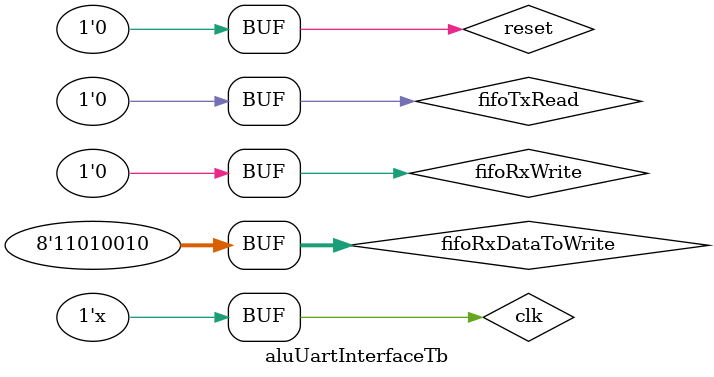
<source format=v>
`timescale 1ns / 1ns

module aluUartInterfaceTb();

localparam DATA_LEN = 8;
localparam OP_LEN = 6;
localparam PTR_LEN = 2;

reg clk;
reg reset;
wire [DATA_LEN-1:0] aluResult;

wire fifoRxRead;
wire fifoTxWrite;
wire [DATA_LEN-1:0] dataToWrite;
wire [OP_LEN-1:0] opSelector;
wire [DATA_LEN-1:0] operandA;
wire [DATA_LEN-1:0] operandB;
wire validFlag;

reg fifoRxWrite; //used to store data in fifo
reg [DATA_LEN-1:0] fifoRxDataToWrite;

wire fifoRxEmpty;
wire [DATA_LEN-1:0] fifoRxDataToRead;

reg fifoTxRead; //Used to see result

wire fifoTxFull;
wire [DATA_LEN-1:0] fifoTxDataToRead;

aluUartInterface#
(
    .DATA_LEN(DATA_LEN),
    .OP_LEN(OP_LEN)     
) interfaceUnit
(
    .i_clk(clk),
    .i_reset(reset),
    .i_aluResult(aluResult),
    .i_dataToRead(fifoRxDataToRead),
    .i_fifoRxEmpty(fifoRxEmpty),
    .i_fifoTxFull(fifoTxFull),
    .i_aluOverflow(),
    .i_aluZero(),

    .o_fifoRxRead(fifoRxRead),
    .o_fifoTxWrite(fifoTxWrite),
    .o_dataToWrite(dataToWrite),
    .o_aluOpSelector(opSelector),
    .o_aluOperandA(operandA),
    .o_aluOperandB(operandB),
    .o_validFlag(validFlag)

);

fifoBuffer#
(
    .DATA_LEN(DATA_LEN),
    .PTR_LEN(PTR_LEN)
) fifoRx
(
    .i_clk(clk),     
    .i_reset(reset),
    .i_fifoRead(fifoRxRead),            
    .i_fifoWrite(fifoRxWrite),
    .i_dataToWrite(fifoRxDataToWrite),
    .o_fifoEmpty(fifoRxEmpty),
    .o_fifoFull(),
    .o_dataToRead(fifoRxDataToRead)
);


fifoBuffer#
(
    .DATA_LEN(DATA_LEN),
    .PTR_LEN(PTR_LEN)
) fifoTx
(
    .i_clk(clk),     
    .i_reset(reset),
    .i_fifoRead(fifoTxRead),            
    .i_fifoWrite(fifoTxWrite),
    .i_dataToWrite(dataToWrite),
    .o_fifoEmpty(),
    .o_fifoFull(fifoTxFull),
    .o_dataToRead(fifoTxDataToRead)
);

alu#
(
    .DATA_LEN(DATA_LEN),
    .OP_LEN(OP_LEN)  
) aluUnit
( 
    .i_operandA(operandA),
    .i_operandB(operandB),
    .i_opSelector(opSelector),
    .o_aluResult(aluResult),
    .o_zero(),
    .o_overFlow()
); 


always begin
    #5 clk = ~clk; 
end

initial begin
    clk = 0;
    reset = 1;
    fifoRxWrite = 0; //used to store data in fifo
    fifoRxDataToWrite = 0;
    fifoTxRead = 0; //Used to see result

    #10 reset = 0;

    fifoRxDataToWrite = 8'h20;
    fifoRxWrite = 1'b1;
    #10;
    fifoRxDataToWrite = 8'h05;
    #10;
    fifoRxDataToWrite = 8'h0a;
    #10;
    fifoRxDataToWrite = 8'hd0;
    #10;
    fifoRxWrite = 1'b0;
    #50;
    fifoTxRead = 1'b1;
    #10;
    fifoTxRead = 1'b0;
    #30;

    fifoRxDataToWrite = 8'h22;
    fifoRxWrite = 1'b1;
    #10;
    fifoRxDataToWrite = 8'h0a;
    #10;
    fifoRxDataToWrite = 8'h05;
    #10;
    fifoRxDataToWrite = 8'hd2;
    #10;
    fifoRxWrite = 1'b0;
    #50;
    fifoTxRead = 1'b1;
    #10;
    fifoTxRead = 1'b0;
    #10;
    fifoTxRead = 1'b1;
    #10;
    fifoTxRead = 1'b0;


end


endmodule

</source>
